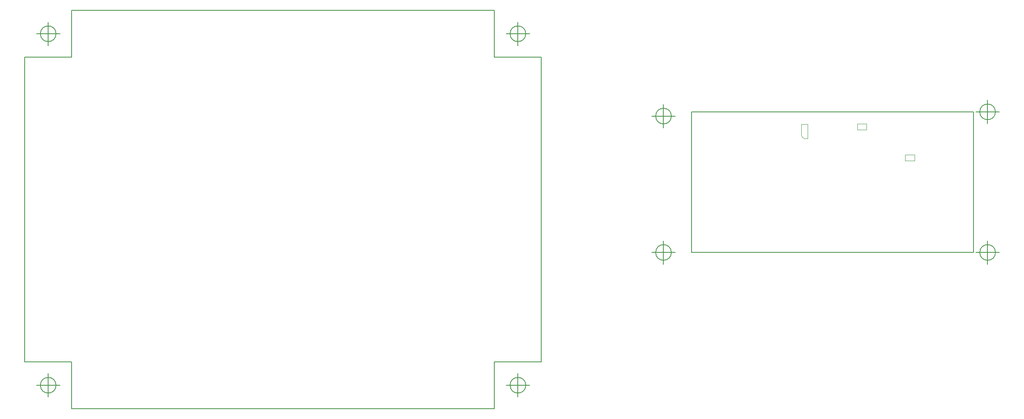
<source format=gbr>
G04 #@! TF.GenerationSoftware,KiCad,Pcbnew,(5.1.4)-1*
G04 #@! TF.CreationDate,2019-12-04T23:12:45+01:00*
G04 #@! TF.ProjectId,instru_bab_v2,696e7374-7275-45f6-9261-625f76322e6b,rev?*
G04 #@! TF.SameCoordinates,Original*
G04 #@! TF.FileFunction,Other,Fab,Bot*
%FSLAX46Y46*%
G04 Gerber Fmt 4.6, Leading zero omitted, Abs format (unit mm)*
G04 Created by KiCad (PCBNEW (5.1.4)-1) date 2019-12-04 23:12:45*
%MOMM*%
%LPD*%
G04 APERTURE LIST*
%ADD10C,0.200000*%
%ADD11C,0.150000*%
%ADD12C,0.100000*%
G04 APERTURE END LIST*
D10*
X239666666Y-50000000D02*
G75*
G03X239666666Y-50000000I-1666666J0D01*
G01*
X235500000Y-50000000D02*
X240500000Y-50000000D01*
X238000000Y-47500000D02*
X238000000Y-52500000D01*
X170666666Y-50900000D02*
G75*
G03X170666666Y-50900000I-1666666J0D01*
G01*
X166500000Y-50900000D02*
X171500000Y-50900000D01*
X169000000Y-48400000D02*
X169000000Y-53400000D01*
X170666666Y-80000000D02*
G75*
G03X170666666Y-80000000I-1666666J0D01*
G01*
X166500000Y-80000000D02*
X171500000Y-80000000D01*
X169000000Y-77500000D02*
X169000000Y-82500000D01*
X239666666Y-80000000D02*
G75*
G03X239666666Y-80000000I-1666666J0D01*
G01*
X235500000Y-80000000D02*
X240500000Y-80000000D01*
X238000000Y-77500000D02*
X238000000Y-82500000D01*
X139667825Y-108334814D02*
G75*
G03X139667825Y-108334814I-1666666J0D01*
G01*
X135501159Y-108334814D02*
X140501159Y-108334814D01*
X138001159Y-105834814D02*
X138001159Y-110834814D01*
X139667825Y-33334814D02*
G75*
G03X139667825Y-33334814I-1666666J0D01*
G01*
X135501159Y-33334814D02*
X140501159Y-33334814D01*
X138001159Y-30834814D02*
X138001159Y-35834814D01*
X39667825Y-108334814D02*
G75*
G03X39667825Y-108334814I-1666666J0D01*
G01*
X35501159Y-108334814D02*
X40501159Y-108334814D01*
X38001159Y-105834814D02*
X38001159Y-110834814D01*
X39667825Y-33334814D02*
G75*
G03X39667825Y-33334814I-1666666J0D01*
G01*
X35501159Y-33334814D02*
X40501159Y-33334814D01*
X38001159Y-30834814D02*
X38001159Y-35834814D01*
X235000000Y-50000000D02*
X175000000Y-50000000D01*
X235000000Y-80000000D02*
X235000000Y-50000000D01*
X175000000Y-80000000D02*
X235000000Y-80000000D01*
X175000000Y-50000000D02*
X175000000Y-80000000D01*
D11*
X43001159Y-103334814D02*
X33001159Y-103334814D01*
X43001159Y-113334814D02*
X43001159Y-103334814D01*
X133001159Y-113334814D02*
X43001159Y-113334814D01*
X133001159Y-103334814D02*
X133001159Y-113334814D01*
X143001159Y-103334814D02*
X133001159Y-103334814D01*
X143001159Y-38334814D02*
X143001159Y-103334814D01*
X133001159Y-38334814D02*
X143001159Y-38334814D01*
X133001159Y-28334814D02*
X133001159Y-38334814D01*
X43001159Y-28334814D02*
X133001159Y-28334814D01*
X43001159Y-38334814D02*
X43001159Y-28334814D01*
X33001159Y-38334814D02*
X43001159Y-38334814D01*
X33001159Y-103334814D02*
X33001159Y-38334814D01*
D12*
X222450000Y-60420000D02*
X222450000Y-59180000D01*
X220450000Y-60420000D02*
X222450000Y-60420000D01*
X220450000Y-59180000D02*
X220450000Y-60420000D01*
X222450000Y-59180000D02*
X220450000Y-59180000D01*
X198300000Y-55100000D02*
X198300000Y-52650000D01*
X198850000Y-55670000D02*
X199700000Y-55670000D01*
X198300000Y-55100000D02*
X198850000Y-55670000D01*
X199700000Y-55670000D02*
X199700000Y-52630000D01*
X198300000Y-52630000D02*
X199700000Y-52630000D01*
X210250000Y-52580000D02*
X210250000Y-53820000D01*
X212250000Y-52580000D02*
X210250000Y-52580000D01*
X212250000Y-53820000D02*
X212250000Y-52580000D01*
X210250000Y-53820000D02*
X212250000Y-53820000D01*
M02*

</source>
